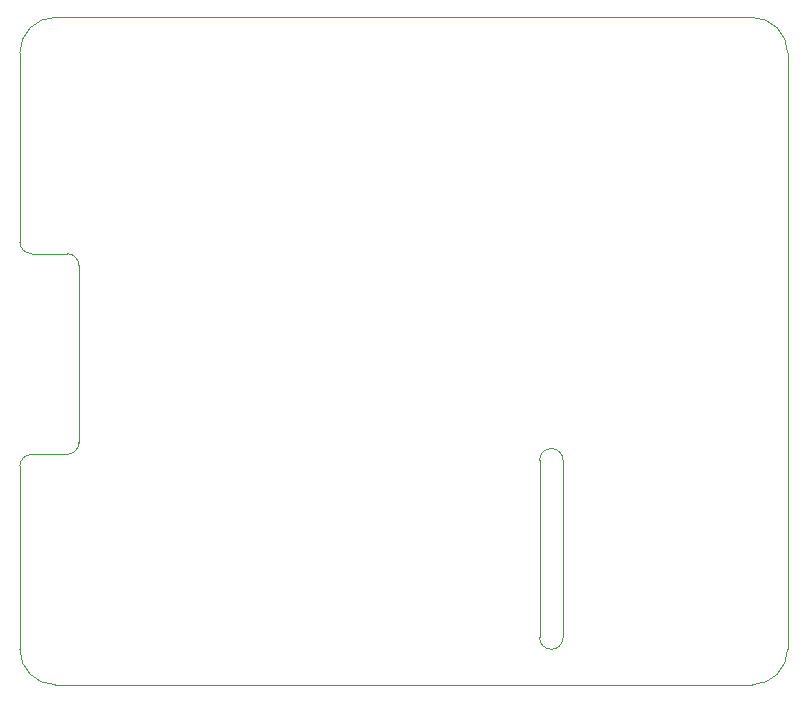
<source format=gbr>
G04 #@! TF.FileFunction,Profile,NP*
%FSLAX46Y46*%
G04 Gerber Fmt 4.6, Leading zero omitted, Abs format (unit mm)*
G04 Created by KiCad (PCBNEW 4.0.7-e1-6374~58~ubuntu16.04.1) date Thu Aug  3 01:25:43 2017*
%MOMM*%
%LPD*%
G01*
G04 APERTURE LIST*
%ADD10C,0.100000*%
G04 APERTURE END LIST*
D10*
X150920000Y-108570000D02*
G75*
G03X149920000Y-107570000I-1000000J0D01*
G01*
X149920000Y-107570000D02*
G75*
G03X148920000Y-108570000I0J-1000000D01*
G01*
X104920000Y-109070000D02*
X104920000Y-124570000D01*
X104920000Y-90070000D02*
X104920000Y-74070000D01*
X108920000Y-108070000D02*
X105920000Y-108070000D01*
X109920000Y-92070000D02*
X109920000Y-107070000D01*
X105920000Y-91070000D02*
X108920000Y-91070000D01*
X108920000Y-108070000D02*
G75*
G03X109920000Y-107070000I0J1000000D01*
G01*
X109920000Y-92070000D02*
G75*
G03X108920000Y-91070000I-1000000J0D01*
G01*
X105920000Y-108070000D02*
G75*
G03X104920000Y-109070000I0J-1000000D01*
G01*
X104920000Y-90070000D02*
G75*
G03X105920000Y-91070000I1000000J0D01*
G01*
X148920000Y-123570000D02*
X148920000Y-108570000D01*
X150920000Y-108570000D02*
X150920000Y-123570000D01*
X149920000Y-124570000D02*
G75*
G03X150920000Y-123570000I0J1000000D01*
G01*
X148920000Y-123570000D02*
G75*
G03X149920000Y-124570000I1000000J0D01*
G01*
X166920000Y-127570000D02*
X107920000Y-127570000D01*
X169920000Y-74070000D02*
X169920000Y-124570000D01*
X107920000Y-71070000D02*
X166920000Y-71070000D01*
X166920000Y-127570000D02*
G75*
G03X169920000Y-124570000I0J3000000D01*
G01*
X107920000Y-71070000D02*
G75*
G03X104920000Y-74070000I0J-3000000D01*
G01*
X169920000Y-74070000D02*
G75*
G03X166920000Y-71070000I-3000000J0D01*
G01*
X104920000Y-124570000D02*
G75*
G03X107920000Y-127570000I3000000J0D01*
G01*
M02*

</source>
